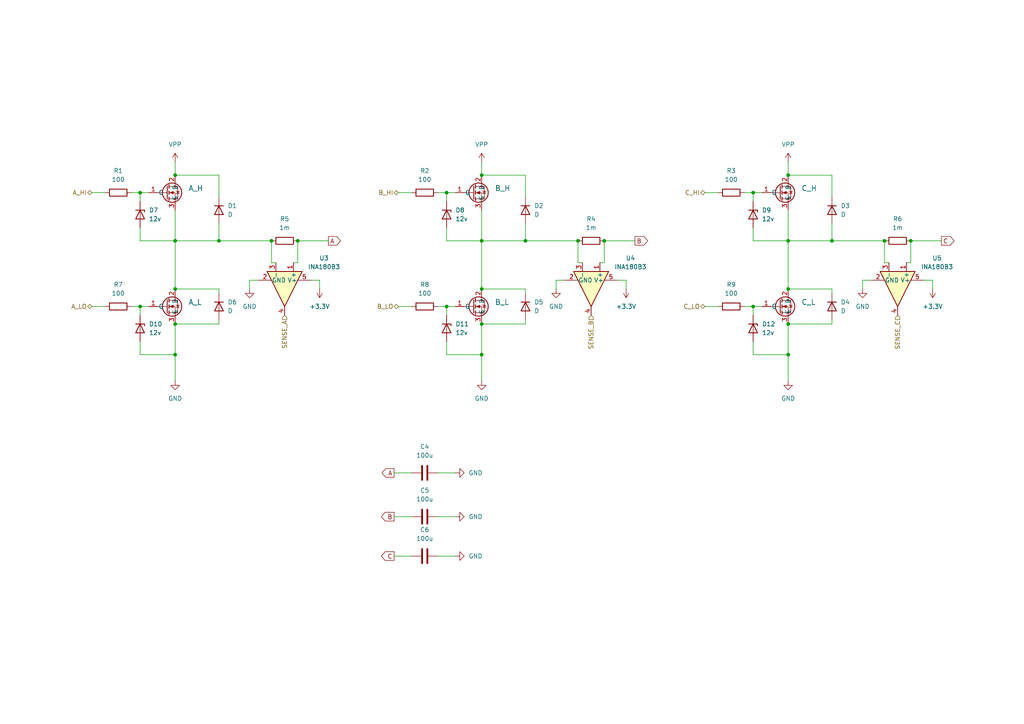
<source format=kicad_sch>
(kicad_sch (version 20250114) (generator "eeschema") (generator_version "9.0")
  (paper "A4")
  (lib_symbols
    (symbol "Amplifier_Current:INA180B3" (pin_names (offset 0.127))
      (property "Reference" "U" (at 3.81 3.81 0))
      (property "Value" "INA180B3" (at 3.81 -2.54 0))
      (symbol "INA180B3_0_1"
        (polyline (pts (xy 5.08 0) (xy -5.08 5.08) (xy -5.08 -5.08) (xy 5.08 0)) (stroke (width 0.254)) (fill (type background)))
      )
      (symbol "INA180B3_1_1"
        (pin input line (at -7.62 2.54 0) (length 2.54) (name "+") (number "1"))
        (pin input line (at -7.62 -2.54 0) (length 2.54) (name "-") (number "3"))
        (pin power_in line (at -2.54 7.62 270) (length 3.81) (name "V+") (number "5"))
        (pin power_in line (at -2.54 -7.62 90) (length 3.81) (name "GND") (number "2"))
        (pin output line (at 7.62 0 180) (length 2.54) (name "~") (number "4"))
      )
    )
    (symbol "BUK98150-55A:BUK98150-55A_CUF" (pin_names (offset 0.254))
      (property "Reference" "MOSFET" (at 3.556 1.016 0))
      (property "Value" "BUK98150-55A/CUF" (at 3.556 -1.016 0))
      (symbol "BUK98150-55A_CUF_0_1"
        (polyline (pts (xy -2.286 1.905) (xy -2.286 -1.905)) (stroke (width 0.254)))
        (polyline (pts (xy -2.286 0) (xy -5.08 0)))
        (polyline (pts (xy -1.778 2.286) (xy -1.778 1.27)) (stroke (width 0.254)))
        (polyline (pts (xy -1.778 0.508) (xy -1.778 -0.508)) (stroke (width 0.254)))
        (polyline (pts (xy -1.778 -1.27) (xy -1.778 -2.286)) (stroke (width 0.254)))
        (polyline (pts (xy -1.778 -1.778) (xy 0.762 -1.778) (xy 0.762 1.778) (xy -1.778 1.778)))
        (polyline (pts (xy -1.524 0) (xy -0.508 0.381) (xy -0.508 -0.381) (xy -1.524 0)) (fill (type outline)))
        (circle (center -0.889 0) (radius 2.794) (stroke (width 0.254)))
        (polyline (pts (xy 0 2.54) (xy 0 1.778)))
        (circle (center 0 1.778) (radius 0.254) (fill (type outline)))
        (circle (center 0 -1.778) (radius 0.254) (fill (type outline)))
        (polyline (pts (xy 0 -2.54) (xy 0 0) (xy -1.778 0)))
        (polyline (pts (xy 0.254 0.508) (xy 0.381 0.381) (xy 1.143 0.381) (xy 1.27 0.254)))
        (polyline (pts (xy 0.762 0.381) (xy 0.381 -0.254) (xy 1.143 -0.254) (xy 0.762 0.381)))
      )
      (symbol "BUK98150-55A_CUF_1_0"
        (pin passive line (at 0 -5.08 90) (length 2.54) (hide yes) (name "D") (number "4"))
      )
      (symbol "BUK98150-55A_CUF_1_1"
        (pin passive line (at -7.62 0 0) (length 2.54) (name "G") (number "1"))
        (pin passive line (at 0 5.08 270) (length 2.54) (name "D") (number "2"))
        (pin passive line (at 0 -5.08 90) (length 2.54) (name "S") (number "3"))
      )
    )
    (symbol "Device:C" (pin_numbers (hide yes)) (pin_names (offset 0.254))
      (property "Reference" "C" (at 0.635 2.54 0))
      (property "Value" "C" (at 0.635 -2.54 0))
      (symbol "C_0_1"
        (polyline (pts (xy -2.032 0.762) (xy 2.032 0.762)) (stroke (width 0.508)))
        (polyline (pts (xy -2.032 -0.762) (xy 2.032 -0.762)) (stroke (width 0.508)))
      )
      (symbol "C_1_1"
        (pin passive line (at 0 3.81 270) (length 2.794) (name "~") (number "1"))
        (pin passive line (at 0 -3.81 90) (length 2.794) (name "~") (number "2"))
      )
    )
    (symbol "Device:D" (pin_numbers (hide yes)) (pin_names (offset 1.016) (hide yes))
      (property "Reference" "D" (at 0 2.54 0))
      (property "Value" "D" (at 0 -2.54 0))
      (symbol "D_0_1"
        (polyline (pts (xy -1.27 1.27) (xy -1.27 -1.27)) (stroke (width 0.254)))
        (polyline (pts (xy 1.27 1.27) (xy 1.27 -1.27) (xy -1.27 0) (xy 1.27 1.27)) (stroke (width 0.254)))
        (polyline (pts (xy 1.27 0) (xy -1.27 0)))
      )
      (symbol "D_1_1"
        (pin passive line (at -3.81 0 0) (length 2.54) (name "K") (number "1"))
        (pin passive line (at 3.81 0 180) (length 2.54) (name "A") (number "2"))
      )
    )
    (symbol "Device:D_Zener" (pin_numbers (hide yes)) (pin_names (offset 1.016) (hide yes))
      (property "Reference" "D" (at 0 2.54 0))
      (property "Value" "D_Zener" (at 0 -2.54 0))
      (symbol "D_Zener_0_1"
        (polyline (pts (xy -1.27 -1.27) (xy -1.27 1.27) (xy -0.762 1.27)) (stroke (width 0.254)))
        (polyline (pts (xy 1.27 0) (xy -1.27 0)))
        (polyline (pts (xy 1.27 -1.27) (xy 1.27 1.27) (xy -1.27 0) (xy 1.27 -1.27)) (stroke (width 0.254)))
      )
      (symbol "D_Zener_1_1"
        (pin passive line (at -3.81 0 0) (length 2.54) (name "K") (number "1"))
        (pin passive line (at 3.81 0 180) (length 2.54) (name "A") (number "2"))
      )
    )
    (symbol "Device:R" (pin_numbers (hide yes)) (pin_names (offset 0))
      (property "Reference" "R" (at 2.032 0 90))
      (property "Value" "R" (at 0 0 90))
      (symbol "R_0_1"
        (rectangle (start -1.016 -2.54) (end 1.016 2.54) (stroke (width 0.254)))
      )
      (symbol "R_1_1"
        (pin passive line (at 0 3.81 270) (length 1.27) (name "~") (number "1"))
        (pin passive line (at 0 -3.81 90) (length 1.27) (name "~") (number "2"))
      )
    )
    (symbol "power:+3.3V" (power) (pin_numbers (hide yes)) (pin_names (offset 0) (hide yes))
      (property "Value" "+3.3V" (at 0 3.556 0))
      (symbol "+3.3V_0_1"
        (polyline (pts (xy -0.762 1.27) (xy 0 2.54)))
        (polyline (pts (xy 0 2.54) (xy 0.762 1.27)))
        (polyline (pts (xy 0 0) (xy 0 2.54)))
      )
      (symbol "+3.3V_1_1"
        (pin power_in line (at 0 0 90) (length 0) (name "~") (number "1"))
      )
    )
    (symbol "power:GND" (power) (pin_numbers (hide yes)) (pin_names (offset 0) (hide yes))
      (property "Value" "GND" (at 0 -3.81 0))
      (symbol "GND_0_1"
        (polyline (pts (xy 0 0) (xy 0 -1.27) (xy 1.27 -1.27) (xy 0 -2.54) (xy -1.27 -1.27) (xy 0 -1.27)))
      )
      (symbol "GND_1_1"
        (pin power_in line (at 0 0 270) (length 0) (name "~") (number "1"))
      )
    )
    (symbol "power:VPP" (power) (pin_numbers (hide yes)) (pin_names (offset 0) (hide yes))
      (property "Value" "VPP" (at 0 3.556 0))
      (symbol "VPP_0_1"
        (polyline (pts (xy -0.762 1.27) (xy 0 2.54)))
        (polyline (pts (xy 0 2.54) (xy 0.762 1.27)))
        (polyline (pts (xy 0 0) (xy 0 2.54)))
      )
      (symbol "VPP_1_1"
        (pin power_in line (at 0 0 90) (length 0) (name "~") (number "1"))
      )
    )
  )
  (junction (at 228.6 69.85))
  (junction (at 50.8 93.98))
  (junction (at 139.7 83.82))
  (junction (at 175.26 69.85))
  (junction (at 50.8 83.82))
  (junction (at 256.54 69.85))
  (junction (at 139.7 102.87))
  (junction (at 228.6 83.82))
  (junction (at 40.64 55.88))
  (junction (at 264.16 69.85))
  (junction (at 129.54 55.88))
  (junction (at 241.3 69.85))
  (junction (at 129.54 88.9))
  (junction (at 139.7 69.85))
  (junction (at 50.8 102.87))
  (junction (at 139.7 93.98))
  (junction (at 218.44 88.9))
  (junction (at 218.44 55.88))
  (junction (at 50.8 69.85))
  (junction (at 152.4 69.85))
  (junction (at 63.5 69.85))
  (junction (at 228.6 50.8))
  (junction (at 86.36 69.85))
  (junction (at 50.8 50.8))
  (junction (at 139.7 50.8))
  (junction (at 228.6 102.87))
  (junction (at 78.74 69.85))
  (junction (at 167.64 69.85))
  (junction (at 40.64 88.9))
  (junction (at 228.6 93.98))
  (wire (pts (xy 218.44 88.9) (xy 218.44 91.44)))
  (wire (pts (xy 30.48 55.88) (xy 26.67 55.88)))
  (wire (pts (xy 139.7 110.49) (xy 139.7 102.87)))
  (wire (pts (xy 139.7 102.87) (xy 139.7 93.98)))
  (wire (pts (xy 241.3 83.82) (xy 228.6 83.82)))
  (wire (pts (xy 43.18 88.9) (xy 40.64 88.9)))
  (wire (pts (xy 63.5 85.09) (xy 63.5 83.82)))
  (wire (pts (xy 127 137.16) (xy 132.08 137.16)))
  (wire (pts (xy 40.64 88.9) (xy 40.64 91.44)))
  (wire (pts (xy 43.18 55.88) (xy 40.64 55.88)))
  (wire (pts (xy 139.7 69.85) (xy 139.7 83.82)))
  (wire (pts (xy 152.4 93.98) (xy 152.4 92.71)))
  (wire (pts (xy 63.5 64.77) (xy 63.5 69.85)))
  (wire (pts (xy 139.7 93.98) (xy 152.4 93.98)))
  (wire (pts (xy 241.3 93.98) (xy 241.3 92.71)))
  (wire (pts (xy 161.29 81.28) (xy 161.29 83.82)))
  (wire (pts (xy 40.64 102.87) (xy 40.64 99.06)))
  (wire (pts (xy 264.16 76.2) (xy 262.89 76.2)))
  (wire (pts (xy 241.3 50.8) (xy 228.6 50.8)))
  (wire (pts (xy 241.3 57.15) (xy 241.3 50.8)))
  (wire (pts (xy 228.6 93.98) (xy 241.3 93.98)))
  (wire (pts (xy 181.61 81.28) (xy 179.07 81.28)))
  (wire (pts (xy 114.3 161.29) (xy 119.38 161.29)))
  (wire (pts (xy 220.98 88.9) (xy 218.44 88.9)))
  (wire (pts (xy 129.54 102.87) (xy 139.7 102.87)))
  (wire (pts (xy 228.6 69.85) (xy 228.6 83.82)))
  (wire (pts (xy 40.64 102.87) (xy 50.8 102.87)))
  (wire (pts (xy 63.5 57.15) (xy 63.5 50.8)))
  (wire (pts (xy 50.8 69.85) (xy 63.5 69.85)))
  (wire (pts (xy 38.1 55.88) (xy 40.64 55.88)))
  (wire (pts (xy 86.36 76.2) (xy 85.09 76.2)))
  (wire (pts (xy 50.8 69.85) (xy 50.8 83.82)))
  (wire (pts (xy 78.74 76.2) (xy 80.01 76.2)))
  (wire (pts (xy 252.73 81.28) (xy 250.19 81.28)))
  (wire (pts (xy 40.64 55.88) (xy 40.64 58.42)))
  (wire (pts (xy 220.98 55.88) (xy 218.44 55.88)))
  (wire (pts (xy 152.4 57.15) (xy 152.4 50.8)))
  (wire (pts (xy 119.38 88.9) (xy 115.57 88.9)))
  (wire (pts (xy 218.44 102.87) (xy 228.6 102.87)))
  (wire (pts (xy 215.9 88.9) (xy 218.44 88.9)))
  (wire (pts (xy 50.8 60.96) (xy 50.8 69.85)))
  (wire (pts (xy 228.6 69.85) (xy 241.3 69.85)))
  (wire (pts (xy 270.51 81.28) (xy 270.51 83.82)))
  (wire (pts (xy 167.64 76.2) (xy 168.91 76.2)))
  (wire (pts (xy 152.4 64.77) (xy 152.4 69.85)))
  (wire (pts (xy 129.54 55.88) (xy 129.54 58.42)))
  (wire (pts (xy 50.8 110.49) (xy 50.8 102.87)))
  (wire (pts (xy 152.4 83.82) (xy 139.7 83.82)))
  (wire (pts (xy 114.3 149.86) (xy 119.38 149.86)))
  (wire (pts (xy 241.3 69.85) (xy 256.54 69.85)))
  (wire (pts (xy 228.6 60.96) (xy 228.6 69.85)))
  (wire (pts (xy 208.28 55.88) (xy 204.47 55.88)))
  (wire (pts (xy 86.36 69.85) (xy 86.36 76.2)))
  (wire (pts (xy 167.64 69.85) (xy 167.64 76.2)))
  (wire (pts (xy 218.44 55.88) (xy 218.44 58.42)))
  (wire (pts (xy 63.5 83.82) (xy 50.8 83.82)))
  (wire (pts (xy 139.7 46.99) (xy 139.7 50.8)))
  (wire (pts (xy 63.5 93.98) (xy 63.5 92.71)))
  (wire (pts (xy 119.38 55.88) (xy 115.57 55.88)))
  (wire (pts (xy 218.44 102.87) (xy 218.44 99.06)))
  (wire (pts (xy 228.6 102.87) (xy 228.6 93.98)))
  (wire (pts (xy 256.54 69.85) (xy 256.54 76.2)))
  (wire (pts (xy 139.7 60.96) (xy 139.7 69.85)))
  (wire (pts (xy 152.4 50.8) (xy 139.7 50.8)))
  (wire (pts (xy 127 88.9) (xy 129.54 88.9)))
  (wire (pts (xy 228.6 110.49) (xy 228.6 102.87)))
  (wire (pts (xy 215.9 55.88) (xy 218.44 55.88)))
  (wire (pts (xy 63.5 50.8) (xy 50.8 50.8)))
  (wire (pts (xy 152.4 69.85) (xy 167.64 69.85)))
  (wire (pts (xy 74.93 81.28) (xy 72.39 81.28)))
  (wire (pts (xy 72.39 81.28) (xy 72.39 83.82)))
  (wire (pts (xy 129.54 69.85) (xy 129.54 66.04)))
  (wire (pts (xy 92.71 81.28) (xy 90.17 81.28)))
  (wire (pts (xy 63.5 69.85) (xy 78.74 69.85)))
  (wire (pts (xy 270.51 81.28) (xy 267.97 81.28)))
  (wire (pts (xy 250.19 81.28) (xy 250.19 83.82)))
  (wire (pts (xy 208.28 88.9) (xy 204.47 88.9)))
  (wire (pts (xy 50.8 93.98) (xy 63.5 93.98)))
  (wire (pts (xy 264.16 69.85) (xy 264.16 76.2)))
  (wire (pts (xy 132.08 88.9) (xy 129.54 88.9)))
  (wire (pts (xy 78.74 69.85) (xy 78.74 76.2)))
  (wire (pts (xy 127 55.88) (xy 129.54 55.88)))
  (wire (pts (xy 38.1 88.9) (xy 40.64 88.9)))
  (wire (pts (xy 129.54 102.87) (xy 129.54 99.06)))
  (wire (pts (xy 30.48 88.9) (xy 26.67 88.9)))
  (wire (pts (xy 175.26 69.85) (xy 184.15 69.85)))
  (wire (pts (xy 127 149.86) (xy 132.08 149.86)))
  (wire (pts (xy 86.36 69.85) (xy 95.25 69.85)))
  (wire (pts (xy 50.8 46.99) (xy 50.8 50.8)))
  (wire (pts (xy 264.16 69.85) (xy 273.05 69.85)))
  (wire (pts (xy 40.64 69.85) (xy 50.8 69.85)))
  (wire (pts (xy 256.54 76.2) (xy 257.81 76.2)))
  (wire (pts (xy 92.71 81.28) (xy 92.71 83.82)))
  (wire (pts (xy 152.4 85.09) (xy 152.4 83.82)))
  (wire (pts (xy 175.26 69.85) (xy 175.26 76.2)))
  (wire (pts (xy 181.61 81.28) (xy 181.61 83.82)))
  (wire (pts (xy 175.26 76.2) (xy 173.99 76.2)))
  (wire (pts (xy 139.7 69.85) (xy 152.4 69.85)))
  (wire (pts (xy 228.6 46.99) (xy 228.6 50.8)))
  (wire (pts (xy 127 161.29) (xy 132.08 161.29)))
  (wire (pts (xy 50.8 102.87) (xy 50.8 93.98)))
  (wire (pts (xy 129.54 69.85) (xy 139.7 69.85)))
  (wire (pts (xy 241.3 64.77) (xy 241.3 69.85)))
  (wire (pts (xy 163.83 81.28) (xy 161.29 81.28)))
  (wire (pts (xy 129.54 88.9) (xy 129.54 91.44)))
  (wire (pts (xy 132.08 55.88) (xy 129.54 55.88)))
  (wire (pts (xy 40.64 69.85) (xy 40.64 66.04)))
  (wire (pts (xy 218.44 69.85) (xy 228.6 69.85)))
  (wire (pts (xy 114.3 137.16) (xy 119.38 137.16)))
  (wire (pts (xy 241.3 85.09) (xy 241.3 83.82)))
  (wire (pts (xy 218.44 66.04) (xy 218.44 69.85)))
  (global_label "C" (shape output) (at 114.3 161.29 180) (property "Intersheetrefs" "${INTERSHEET_REFS}" (effects (hide yes))))
  (global_label "C" (shape output) (at 273.05 69.85 0) (property "Intersheetrefs" "${INTERSHEET_REFS}" (effects (hide yes))))
  (global_label "B" (shape output) (at 184.15 69.85 0) (property "Intersheetrefs" "${INTERSHEET_REFS}" (effects (hide yes))))
  (global_label "A" (shape output) (at 114.3 137.16 180) (property "Intersheetrefs" "${INTERSHEET_REFS}" (effects (hide yes))))
  (global_label "B" (shape output) (at 114.3 149.86 180) (property "Intersheetrefs" "${INTERSHEET_REFS}" (effects (hide yes))))
  (global_label "A" (shape output) (at 95.25 69.85 0) (property "Intersheetrefs" "${INTERSHEET_REFS}" (effects (hide yes))))
  (hierarchical_label "B_LO" (shape bidirectional) (at 115.57 88.9 180))
  (hierarchical_label "SENSE_C" (shape input) (at 260.35 91.44 270))
  (hierarchical_label "C_LO" (shape bidirectional) (at 204.47 88.9 180))
  (hierarchical_label "A_LO" (shape bidirectional) (at 26.67 88.9 180))
  (hierarchical_label "B_HI" (shape bidirectional) (at 115.57 55.88 180))
  (hierarchical_label "SENSE_A" (shape input) (at 82.55 91.44 270))
  (hierarchical_label "A_HI" (shape bidirectional) (at 26.67 55.88 180))
  (hierarchical_label "C_HI" (shape bidirectional) (at 204.47 55.88 180))
  (hierarchical_label "SENSE_B" (shape input) (at 171.45 91.44 270))
  (symbol (lib_id "BUK98150-55A:BUK98150-55A_CUF") (at 50.8 55.88 0) (unit 1)
    (property "Reference" "A_H" (at 54.61 54.6099 0) (effects (font (size 1.524 1.524)) (justify left)))
    (property "Value" "BUK98150-55A/CUF" (effects (hide yes)))
    (property "Footprint" "SC-73_SOT223_NEX" (effects (hide yes)))
    (property "Datasheet" "BUK98150-55A/CUF" (effects (hide yes)))
  )
  (symbol (lib_id "power:GND") (at 132.08 137.16 90) (unit 1)
    (property "Reference" "#PWR011" (effects (hide yes)))
    (property "Value" "GND" (at 135.89 137.1599 90) (effects (justify right)))
    (property "Description" "Power symbol creates a global label with name \"GND\" , ground" (effects (hide yes)))
  )
  (symbol (lib_id "Device:D") (at 241.3 60.96 270) (unit 1)
    (property "Reference" "D3" (at 243.84 59.6899 90) (effects (justify left)))
    (property "Value" "D" (at 243.84 62.2299 90) (effects (justify left)))
    (property "Description" "Diode" (effects (hide yes)))
    (property "Sim.Device" "D" (effects (hide yes)))
    (property "Sim.Pins" "1=K 2=A" (effects (hide yes)))
  )
  (symbol (lib_id "power:GND") (at 50.8 110.49 0) (unit 1)
    (property "Reference" "#PWR01" (effects (hide yes)))
    (property "Value" "GND" (at 50.8 115.57 0))
    (property "Description" "Power symbol creates a global label with name \"GND\" , ground" (effects (hide yes)))
  )
  (symbol (lib_id "Device:R") (at 260.35 69.85 90) (unit 1)
    (property "Reference" "R6" (at 260.35 63.5 90))
    (property "Value" "1m" (at 260.35 66.04 90))
    (property "Description" "Resistor" (effects (hide yes)))
  )
  (symbol (lib_id "Amplifier_Current:INA180B3") (at 82.55 83.82 270) (unit 1)
    (property "Reference" "U3" (at 93.98 74.8598 90))
    (property "Value" "INA180B3" (at 93.98 77.3998 90))
    (property "Footprint" "Package_TO_SOT_SMD:SOT-23-5" (effects (hide yes)))
    (property "Datasheet" "http://www.ti.com/lit/ds/symlink/ina180.pdf" (effects (hide yes)))
    (property "Description" "Current Sense Amplifier, 1 Circuit, Rail-to-Rail, 26V, Gain 100 V/V, SOT-23-5" (effects (hide yes)))
  )
  (symbol (lib_id "Device:D") (at 63.5 88.9 270) (unit 1)
    (property "Reference" "D6" (at 66.04 87.6299 90) (effects (justify left)))
    (property "Value" "D" (at 66.04 90.1699 90) (effects (justify left)))
    (property "Description" "Diode" (effects (hide yes)))
    (property "Sim.Device" "D" (effects (hide yes)))
    (property "Sim.Pins" "1=K 2=A" (effects (hide yes)))
  )
  (symbol (lib_id "power:GND") (at 139.7 110.49 0) (unit 1)
    (property "Reference" "#PWR02" (effects (hide yes)))
    (property "Value" "GND" (at 139.7 115.57 0))
    (property "Description" "Power symbol creates a global label with name \"GND\" , ground" (effects (hide yes)))
  )
  (symbol (lib_id "Device:R") (at 34.29 88.9 90) (unit 1)
    (property "Reference" "R7" (at 34.29 82.55 90))
    (property "Value" "100" (at 34.29 85.09 90))
    (property "Description" "Resistor" (effects (hide yes)))
  )
  (symbol (lib_id "power:GND") (at 161.29 83.82 0) (unit 1)
    (property "Reference" "#PWR021" (effects (hide yes)))
    (property "Value" "GND" (at 161.29 88.9 0))
    (property "Description" "Power symbol creates a global label with name \"GND\" , ground" (effects (hide yes)))
  )
  (symbol (lib_id "power:VPP") (at 139.7 46.99 0) (unit 1)
    (property "Reference" "#PWR05" (effects (hide yes)))
    (property "Value" "VPP" (at 139.7 41.91 0))
    (property "Description" "Power symbol creates a global label with name \"VPP\"" (effects (hide yes)))
  )
  (symbol (lib_id "power:GND") (at 250.19 83.82 0) (unit 1)
    (property "Reference" "#PWR023" (effects (hide yes)))
    (property "Value" "GND" (at 250.19 88.9 0))
    (property "Description" "Power symbol creates a global label with name \"GND\" , ground" (effects (hide yes)))
  )
  (symbol (lib_id "power:VPP") (at 50.8 46.99 0) (unit 1)
    (property "Reference" "#PWR04" (effects (hide yes)))
    (property "Value" "VPP" (at 50.8 41.91 0))
    (property "Description" "Power symbol creates a global label with name \"VPP\"" (effects (hide yes)))
  )
  (symbol (lib_id "Device:R") (at 82.55 69.85 90) (unit 1)
    (property "Reference" "R5" (at 82.55 63.5 90))
    (property "Value" "1m" (at 82.55 66.04 90))
    (property "Description" "Resistor" (effects (hide yes)))
  )
  (symbol (lib_id "power:+3.3V") (at 181.61 83.82 180) (unit 1)
    (property "Reference" "#PWR022" (effects (hide yes)))
    (property "Value" "+3.3V" (at 181.61 88.9 0))
    (property "Description" "Power symbol creates a global label with name \"+3.3V\"" (effects (hide yes)))
  )
  (symbol (lib_id "Device:D_Zener") (at 218.44 62.23 270) (unit 1)
    (property "Reference" "D9" (at 220.98 60.9599 90) (effects (justify left)))
    (property "Value" "12v" (at 220.98 63.4999 90) (effects (justify left)))
    (property "Description" "Zener diode" (effects (hide yes)))
  )
  (symbol (lib_id "power:GND") (at 132.08 149.86 90) (unit 1)
    (property "Reference" "#PWR012" (effects (hide yes)))
    (property "Value" "GND" (at 135.89 149.8599 90) (effects (justify right)))
    (property "Description" "Power symbol creates a global label with name \"GND\" , ground" (effects (hide yes)))
  )
  (symbol (lib_id "Device:R") (at 123.19 55.88 90) (unit 1)
    (property "Reference" "R2" (at 123.19 49.53 90))
    (property "Value" "100" (at 123.19 52.07 90))
    (property "Description" "Resistor" (effects (hide yes)))
  )
  (symbol (lib_id "BUK98150-55A:BUK98150-55A_CUF") (at 139.7 55.88 0) (unit 1)
    (property "Reference" "B_H" (at 143.51 54.6099 0) (effects (font (size 1.524 1.524)) (justify left)))
    (property "Value" "BUK98150-55A/CUF" (effects (hide yes)))
    (property "Footprint" "SC-73_SOT223_NEX" (effects (hide yes)))
    (property "Datasheet" "BUK98150-55A/CUF" (effects (hide yes)))
  )
  (symbol (lib_id "Device:R") (at 123.19 88.9 90) (unit 1)
    (property "Reference" "R8" (at 123.19 82.55 90))
    (property "Value" "100" (at 123.19 85.09 90))
    (property "Description" "Resistor" (effects (hide yes)))
  )
  (symbol (lib_id "Device:R") (at 171.45 69.85 90) (unit 1)
    (property "Reference" "R4" (at 171.45 63.5 90))
    (property "Value" "1m" (at 171.45 66.04 90))
    (property "Description" "Resistor" (effects (hide yes)))
  )
  (symbol (lib_id "BUK98150-55A:BUK98150-55A_CUF") (at 228.6 88.9 0) (unit 1)
    (property "Reference" "C_L" (at 232.41 87.6299 0) (effects (font (size 1.524 1.524)) (justify left)))
    (property "Value" "BUK98150-55A/CUF" (effects (hide yes)))
    (property "Footprint" "SC-73_SOT223_NEX" (effects (hide yes)))
    (property "Datasheet" "BUK98150-55A/CUF" (effects (hide yes)))
  )
  (symbol (lib_id "Device:D") (at 152.4 60.96 270) (unit 1)
    (property "Reference" "D2" (at 154.94 59.6899 90) (effects (justify left)))
    (property "Value" "D" (at 154.94 62.2299 90) (effects (justify left)))
    (property "Description" "Diode" (effects (hide yes)))
    (property "Sim.Device" "D" (effects (hide yes)))
    (property "Sim.Pins" "1=K 2=A" (effects (hide yes)))
  )
  (symbol (lib_id "Device:R") (at 34.29 55.88 90) (unit 1)
    (property "Reference" "R1" (at 34.29 49.53 90))
    (property "Value" "100" (at 34.29 52.07 90))
    (property "Description" "Resistor" (effects (hide yes)))
  )
  (symbol (lib_id "power:GND") (at 72.39 83.82 0) (unit 1)
    (property "Reference" "#PWR020" (effects (hide yes)))
    (property "Value" "GND" (at 72.39 88.9 0))
    (property "Description" "Power symbol creates a global label with name \"GND\" , ground" (effects (hide yes)))
  )
  (symbol (lib_id "power:+3.3V") (at 270.51 83.82 180) (unit 1)
    (property "Reference" "#PWR024" (effects (hide yes)))
    (property "Value" "+3.3V" (at 270.51 88.9 0))
    (property "Description" "Power symbol creates a global label with name \"+3.3V\"" (effects (hide yes)))
  )
  (symbol (lib_id "BUK98150-55A:BUK98150-55A_CUF") (at 139.7 88.9 0) (unit 1)
    (property "Reference" "B_L" (at 143.51 87.6299 0) (effects (font (size 1.524 1.524)) (justify left)))
    (property "Value" "BUK98150-55A/CUF" (effects (hide yes)))
    (property "Footprint" "SC-73_SOT223_NEX" (effects (hide yes)))
    (property "Datasheet" "BUK98150-55A/CUF" (effects (hide yes)))
  )
  (symbol (lib_id "Device:D") (at 241.3 88.9 270) (unit 1)
    (property "Reference" "D4" (at 243.84 87.6299 90) (effects (justify left)))
    (property "Value" "D" (at 243.84 90.1699 90) (effects (justify left)))
    (property "Description" "Diode" (effects (hide yes)))
    (property "Sim.Device" "D" (effects (hide yes)))
    (property "Sim.Pins" "1=K 2=A" (effects (hide yes)))
  )
  (symbol (lib_id "power:VPP") (at 228.6 46.99 0) (unit 1)
    (property "Reference" "#PWR06" (effects (hide yes)))
    (property "Value" "VPP" (at 228.6 41.91 0))
    (property "Description" "Power symbol creates a global label with name \"VPP\"" (effects (hide yes)))
  )
  (symbol (lib_id "Device:D") (at 63.5 60.96 270) (unit 1)
    (property "Reference" "D1" (at 66.04 59.6899 90) (effects (justify left)))
    (property "Value" "D" (at 66.04 62.2299 90) (effects (justify left)))
    (property "Description" "Diode" (effects (hide yes)))
    (property "Sim.Device" "D" (effects (hide yes)))
    (property "Sim.Pins" "1=K 2=A" (effects (hide yes)))
  )
  (symbol (lib_id "Amplifier_Current:INA180B3") (at 171.45 83.82 270) (unit 1)
    (property "Reference" "U4" (at 182.88 74.8598 90))
    (property "Value" "INA180B3" (at 182.88 77.3998 90))
    (property "Footprint" "Package_TO_SOT_SMD:SOT-23-5" (effects (hide yes)))
    (property "Datasheet" "http://www.ti.com/lit/ds/symlink/ina180.pdf" (effects (hide yes)))
    (property "Description" "Current Sense Amplifier, 1 Circuit, Rail-to-Rail, 26V, Gain 100 V/V, SOT-23-5" (effects (hide yes)))
  )
  (symbol (lib_id "Device:C") (at 123.19 161.29 90) (unit 1)
    (property "Reference" "C6" (at 123.19 153.67 90))
    (property "Value" "100u" (at 123.19 156.21 90))
    (property "Description" "Unpolarized capacitor" (effects (hide yes)))
  )
  (symbol (lib_id "Device:D_Zener") (at 218.44 95.25 270) (unit 1)
    (property "Reference" "D12" (at 220.98 93.9799 90) (effects (justify left)))
    (property "Value" "12v" (at 220.98 96.5199 90) (effects (justify left)))
    (property "Description" "Zener diode" (effects (hide yes)))
  )
  (symbol (lib_id "Device:R") (at 212.09 55.88 90) (unit 1)
    (property "Reference" "R3" (at 212.09 49.53 90))
    (property "Value" "100" (at 212.09 52.07 90))
    (property "Description" "Resistor" (effects (hide yes)))
  )
  (symbol (lib_id "BUK98150-55A:BUK98150-55A_CUF") (at 228.6 55.88 0) (unit 1)
    (property "Reference" "C_H" (at 232.41 54.6099 0) (effects (font (size 1.524 1.524)) (justify left)))
    (property "Value" "BUK98150-55A/CUF" (effects (hide yes)))
    (property "Footprint" "SC-73_SOT223_NEX" (effects (hide yes)))
    (property "Datasheet" "BUK98150-55A/CUF" (effects (hide yes)))
  )
  (symbol (lib_id "Device:C") (at 123.19 149.86 90) (unit 1)
    (property "Reference" "C5" (at 123.19 142.24 90))
    (property "Value" "100u" (at 123.19 144.78 90))
    (property "Description" "Unpolarized capacitor" (effects (hide yes)))
  )
  (symbol (lib_id "BUK98150-55A:BUK98150-55A_CUF") (at 50.8 88.9 0) (unit 1)
    (property "Reference" "A_L" (at 54.61 87.6299 0) (effects (font (size 1.524 1.524)) (justify left)))
    (property "Value" "BUK98150-55A/CUF" (effects (hide yes)))
    (property "Footprint" "SC-73_SOT223_NEX" (effects (hide yes)))
    (property "Datasheet" "BUK98150-55A/CUF" (effects (hide yes)))
  )
  (symbol (lib_id "power:+3.3V") (at 92.71 83.82 180) (unit 1)
    (property "Reference" "#PWR019" (effects (hide yes)))
    (property "Value" "+3.3V" (at 92.71 88.9 0))
    (property "Description" "Power symbol creates a global label with name \"+3.3V\"" (effects (hide yes)))
  )
  (symbol (lib_id "Device:R") (at 212.09 88.9 90) (unit 1)
    (property "Reference" "R9" (at 212.09 82.55 90))
    (property "Value" "100" (at 212.09 85.09 90))
    (property "Description" "Resistor" (effects (hide yes)))
  )
  (symbol (lib_id "Device:D_Zener") (at 129.54 62.23 270) (unit 1)
    (property "Reference" "D8" (at 132.08 60.9599 90) (effects (justify left)))
    (property "Value" "12v" (at 132.08 63.4999 90) (effects (justify left)))
    (property "Description" "Zener diode" (effects (hide yes)))
  )
  (symbol (lib_id "power:GND") (at 228.6 110.49 0) (unit 1)
    (property "Reference" "#PWR03" (effects (hide yes)))
    (property "Value" "GND" (at 228.6 115.57 0))
    (property "Description" "Power symbol creates a global label with name \"GND\" , ground" (effects (hide yes)))
  )
  (symbol (lib_id "power:GND") (at 132.08 161.29 90) (unit 1)
    (property "Reference" "#PWR013" (effects (hide yes)))
    (property "Value" "GND" (at 135.89 161.2899 90) (effects (justify right)))
    (property "Description" "Power symbol creates a global label with name \"GND\" , ground" (effects (hide yes)))
  )
  (symbol (lib_id "Device:D_Zener") (at 129.54 95.25 270) (unit 1)
    (property "Reference" "D11" (at 132.08 93.9799 90) (effects (justify left)))
    (property "Value" "12v" (at 132.08 96.5199 90) (effects (justify left)))
    (property "Description" "Zener diode" (effects (hide yes)))
  )
  (symbol (lib_id "Amplifier_Current:INA180B3") (at 260.35 83.82 270) (unit 1)
    (property "Reference" "U5" (at 271.78 74.8598 90))
    (property "Value" "INA180B3" (at 271.78 77.3998 90))
    (property "Footprint" "Package_TO_SOT_SMD:SOT-23-5" (effects (hide yes)))
    (property "Datasheet" "http://www.ti.com/lit/ds/symlink/ina180.pdf" (effects (hide yes)))
    (property "Description" "Current Sense Amplifier, 1 Circuit, Rail-to-Rail, 26V, Gain 100 V/V, SOT-23-5" (effects (hide yes)))
  )
  (symbol (lib_id "Device:D") (at 152.4 88.9 270) (unit 1)
    (property "Reference" "D5" (at 154.94 87.6299 90) (effects (justify left)))
    (property "Value" "D" (at 154.94 90.1699 90) (effects (justify left)))
    (property "Description" "Diode" (effects (hide yes)))
    (property "Sim.Device" "D" (effects (hide yes)))
    (property "Sim.Pins" "1=K 2=A" (effects (hide yes)))
  )
  (symbol (lib_id "Device:D_Zener") (at 40.64 95.25 270) (unit 1)
    (property "Reference" "D10" (at 43.18 93.9799 90) (effects (justify left)))
    (property "Value" "12v" (at 43.18 96.5199 90) (effects (justify left)))
    (property "Description" "Zener diode" (effects (hide yes)))
  )
  (symbol (lib_id "Device:C") (at 123.19 137.16 90) (unit 1)
    (property "Reference" "C4" (at 123.19 129.54 90))
    (property "Value" "100u" (at 123.19 132.08 90))
    (property "Description" "Unpolarized capacitor" (effects (hide yes)))
  )
  (symbol (lib_id "Device:D_Zener") (at 40.64 62.23 270) (unit 1)
    (property "Reference" "D7" (at 43.18 60.9599 90) (effects (justify left)))
    (property "Value" "12v" (at 43.18 63.4999 90) (effects (justify left)))
    (property "Description" "Zener diode" (effects (hide yes)))
  )
)
</source>
